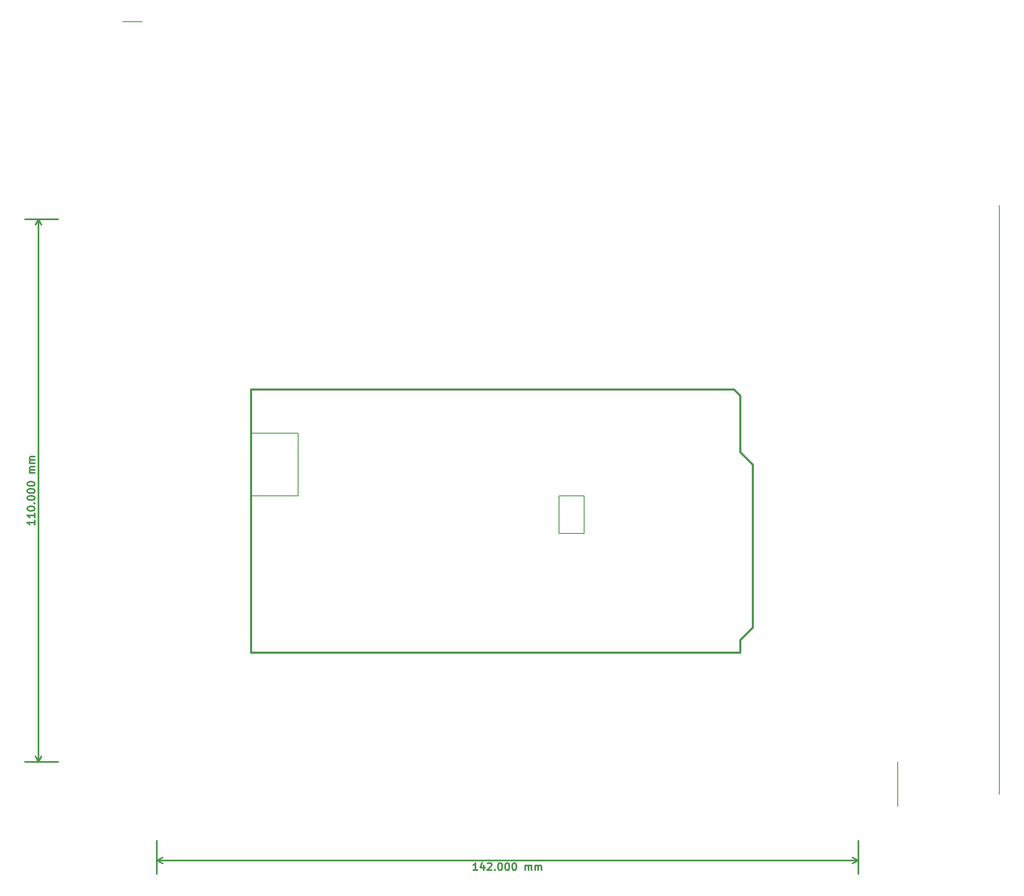
<source format=gbr>
G04 (created by PCBNEW (2013-07-07 BZR 4022)-stable) date 27/01/2014 20:06:07*
%MOIN*%
G04 Gerber Fmt 3.4, Leading zero omitted, Abs format*
%FSLAX34Y34*%
G01*
G70*
G90*
G04 APERTURE LIST*
%ADD10C,0.00590551*%
%ADD11C,0.00787402*%
%ADD12C,0.011811*%
%ADD13C,0.005*%
%ADD14C,0.015*%
G04 APERTURE END LIST*
G54D10*
G54D11*
X67150Y44450D02*
X67150Y-2550D01*
X59055Y0D02*
X59055Y-3543D01*
X-1181Y59055D02*
X-2755Y59055D01*
G54D12*
X25562Y-8644D02*
X25224Y-8644D01*
X25393Y-8644D02*
X25393Y-8053D01*
X25337Y-8138D01*
X25281Y-8194D01*
X25224Y-8222D01*
X26068Y-8250D02*
X26068Y-8644D01*
X25928Y-8025D02*
X25787Y-8447D01*
X26152Y-8447D01*
X26349Y-8110D02*
X26377Y-8082D01*
X26434Y-8053D01*
X26574Y-8053D01*
X26631Y-8082D01*
X26659Y-8110D01*
X26687Y-8166D01*
X26687Y-8222D01*
X26659Y-8307D01*
X26321Y-8644D01*
X26687Y-8644D01*
X26940Y-8588D02*
X26968Y-8616D01*
X26940Y-8644D01*
X26912Y-8616D01*
X26940Y-8588D01*
X26940Y-8644D01*
X27334Y-8053D02*
X27390Y-8053D01*
X27446Y-8082D01*
X27474Y-8110D01*
X27502Y-8166D01*
X27530Y-8278D01*
X27530Y-8419D01*
X27502Y-8532D01*
X27474Y-8588D01*
X27446Y-8616D01*
X27390Y-8644D01*
X27334Y-8644D01*
X27277Y-8616D01*
X27249Y-8588D01*
X27221Y-8532D01*
X27193Y-8419D01*
X27193Y-8278D01*
X27221Y-8166D01*
X27249Y-8110D01*
X27277Y-8082D01*
X27334Y-8053D01*
X27896Y-8053D02*
X27952Y-8053D01*
X28008Y-8082D01*
X28037Y-8110D01*
X28065Y-8166D01*
X28093Y-8278D01*
X28093Y-8419D01*
X28065Y-8532D01*
X28037Y-8588D01*
X28008Y-8616D01*
X27952Y-8644D01*
X27896Y-8644D01*
X27840Y-8616D01*
X27812Y-8588D01*
X27784Y-8532D01*
X27755Y-8419D01*
X27755Y-8278D01*
X27784Y-8166D01*
X27812Y-8110D01*
X27840Y-8082D01*
X27896Y-8053D01*
X28458Y-8053D02*
X28515Y-8053D01*
X28571Y-8082D01*
X28599Y-8110D01*
X28627Y-8166D01*
X28655Y-8278D01*
X28655Y-8419D01*
X28627Y-8532D01*
X28599Y-8588D01*
X28571Y-8616D01*
X28515Y-8644D01*
X28458Y-8644D01*
X28402Y-8616D01*
X28374Y-8588D01*
X28346Y-8532D01*
X28318Y-8419D01*
X28318Y-8278D01*
X28346Y-8166D01*
X28374Y-8110D01*
X28402Y-8082D01*
X28458Y-8053D01*
X29358Y-8644D02*
X29358Y-8250D01*
X29358Y-8307D02*
X29386Y-8278D01*
X29443Y-8250D01*
X29527Y-8250D01*
X29583Y-8278D01*
X29611Y-8335D01*
X29611Y-8644D01*
X29611Y-8335D02*
X29640Y-8278D01*
X29696Y-8250D01*
X29780Y-8250D01*
X29836Y-8278D01*
X29865Y-8335D01*
X29865Y-8644D01*
X30146Y-8644D02*
X30146Y-8250D01*
X30146Y-8307D02*
X30174Y-8278D01*
X30230Y-8250D01*
X30314Y-8250D01*
X30371Y-8278D01*
X30399Y-8335D01*
X30399Y-8644D01*
X30399Y-8335D02*
X30427Y-8278D01*
X30483Y-8250D01*
X30568Y-8250D01*
X30624Y-8278D01*
X30652Y-8335D01*
X30652Y-8644D01*
X0Y-7874D02*
X55905Y-7874D01*
X0Y-6299D02*
X0Y-8937D01*
X55905Y-6299D02*
X55905Y-8937D01*
X55905Y-7874D02*
X55462Y-8104D01*
X55905Y-7874D02*
X55462Y-7643D01*
X0Y-7874D02*
X443Y-8104D01*
X0Y-7874D02*
X443Y-7643D01*
X-9741Y19263D02*
X-9741Y18925D01*
X-9741Y19094D02*
X-10331Y19094D01*
X-10247Y19038D01*
X-10191Y18982D01*
X-10163Y18925D01*
X-9741Y19825D02*
X-9741Y19488D01*
X-9741Y19656D02*
X-10331Y19656D01*
X-10247Y19600D01*
X-10191Y19544D01*
X-10163Y19488D01*
X-10331Y20191D02*
X-10331Y20247D01*
X-10303Y20303D01*
X-10275Y20331D01*
X-10219Y20359D01*
X-10106Y20388D01*
X-9966Y20388D01*
X-9853Y20359D01*
X-9797Y20331D01*
X-9769Y20303D01*
X-9741Y20247D01*
X-9741Y20191D01*
X-9769Y20134D01*
X-9797Y20106D01*
X-9853Y20078D01*
X-9966Y20050D01*
X-10106Y20050D01*
X-10219Y20078D01*
X-10275Y20106D01*
X-10303Y20134D01*
X-10331Y20191D01*
X-9797Y20641D02*
X-9769Y20669D01*
X-9741Y20641D01*
X-9769Y20613D01*
X-9797Y20641D01*
X-9741Y20641D01*
X-10331Y21034D02*
X-10331Y21091D01*
X-10303Y21147D01*
X-10275Y21175D01*
X-10219Y21203D01*
X-10106Y21231D01*
X-9966Y21231D01*
X-9853Y21203D01*
X-9797Y21175D01*
X-9769Y21147D01*
X-9741Y21091D01*
X-9741Y21034D01*
X-9769Y20978D01*
X-9797Y20950D01*
X-9853Y20922D01*
X-9966Y20894D01*
X-10106Y20894D01*
X-10219Y20922D01*
X-10275Y20950D01*
X-10303Y20978D01*
X-10331Y21034D01*
X-10331Y21597D02*
X-10331Y21653D01*
X-10303Y21709D01*
X-10275Y21737D01*
X-10219Y21766D01*
X-10106Y21794D01*
X-9966Y21794D01*
X-9853Y21766D01*
X-9797Y21737D01*
X-9769Y21709D01*
X-9741Y21653D01*
X-9741Y21597D01*
X-9769Y21541D01*
X-9797Y21512D01*
X-9853Y21484D01*
X-9966Y21456D01*
X-10106Y21456D01*
X-10219Y21484D01*
X-10275Y21512D01*
X-10303Y21541D01*
X-10331Y21597D01*
X-10331Y22159D02*
X-10331Y22215D01*
X-10303Y22272D01*
X-10275Y22300D01*
X-10219Y22328D01*
X-10106Y22356D01*
X-9966Y22356D01*
X-9853Y22328D01*
X-9797Y22300D01*
X-9769Y22272D01*
X-9741Y22215D01*
X-9741Y22159D01*
X-9769Y22103D01*
X-9797Y22075D01*
X-9853Y22047D01*
X-9966Y22019D01*
X-10106Y22019D01*
X-10219Y22047D01*
X-10275Y22075D01*
X-10303Y22103D01*
X-10331Y22159D01*
X-9741Y23059D02*
X-10134Y23059D01*
X-10078Y23059D02*
X-10106Y23087D01*
X-10134Y23143D01*
X-10134Y23228D01*
X-10106Y23284D01*
X-10050Y23312D01*
X-9741Y23312D01*
X-10050Y23312D02*
X-10106Y23340D01*
X-10134Y23397D01*
X-10134Y23481D01*
X-10106Y23537D01*
X-10050Y23565D01*
X-9741Y23565D01*
X-9741Y23847D02*
X-10134Y23847D01*
X-10078Y23847D02*
X-10106Y23875D01*
X-10134Y23931D01*
X-10134Y24015D01*
X-10106Y24071D01*
X-10050Y24100D01*
X-9741Y24100D01*
X-10050Y24100D02*
X-10106Y24128D01*
X-10134Y24184D01*
X-10134Y24268D01*
X-10106Y24325D01*
X-10050Y24353D01*
X-9741Y24353D01*
X-9448Y0D02*
X-9448Y43307D01*
X-7874Y0D02*
X-10511Y0D01*
X-7874Y43307D02*
X-10511Y43307D01*
X-9448Y43307D02*
X-9217Y42863D01*
X-9448Y43307D02*
X-9679Y42863D01*
X-9448Y0D02*
X-9217Y443D01*
X-9448Y0D02*
X-9679Y443D01*
G54D10*
X7500Y26250D02*
X11250Y26250D01*
X11250Y26250D02*
X11250Y21250D01*
X11250Y21250D02*
X7500Y21250D01*
G54D13*
X32050Y21250D02*
X32050Y18250D01*
X32050Y18250D02*
X34050Y18250D01*
X34050Y18250D02*
X34050Y21250D01*
X34050Y21250D02*
X32050Y21250D01*
G54D14*
X46500Y8750D02*
X7500Y8750D01*
X46000Y29750D02*
X7500Y29750D01*
X46500Y24750D02*
X46500Y29250D01*
X46500Y29250D02*
X46000Y29750D01*
X7500Y8750D02*
X7500Y29750D01*
X46500Y24750D02*
X47500Y23750D01*
X47500Y23750D02*
X47500Y10750D01*
X47500Y10750D02*
X46500Y9750D01*
X46500Y9750D02*
X46500Y8750D01*
M02*

</source>
